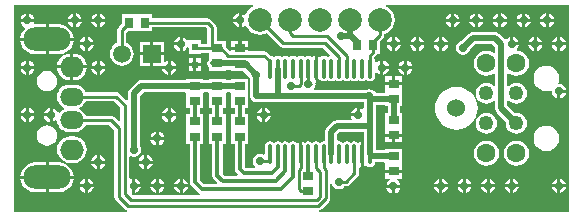
<source format=gtl>
G04*
G04 #@! TF.GenerationSoftware,Altium Limited,Altium Designer,18.1.11 (251)*
G04*
G04 Layer_Physical_Order=1*
G04 Layer_Color=255*
%FSLAX25Y25*%
%MOIN*%
G70*
G01*
G75*
%ADD14C,0.01181*%
%ADD15C,0.01000*%
%ADD16R,0.03740X0.02756*%
%ADD17R,0.02756X0.03740*%
%ADD18R,0.01968X0.02362*%
%ADD19O,0.01575X0.06496*%
%ADD36C,0.07874*%
%ADD37C,0.01968*%
%ADD38C,0.01378*%
%ADD39C,0.05906*%
%ADD40R,0.05906X0.05906*%
%ADD41C,0.06299*%
%ADD42C,0.04921*%
%ADD43C,0.06000*%
%ADD44O,0.07874X0.06890*%
%ADD45O,0.07874X0.05906*%
%ADD46O,0.15748X0.07874*%
%ADD47C,0.02756*%
%ADD48C,0.05000*%
G36*
X354963Y327500D02*
X354510Y327312D01*
X353479Y326521D01*
X352688Y325490D01*
X352438Y324887D01*
X351833Y324733D01*
X351322Y325075D01*
X350894Y325160D01*
Y322835D01*
Y320510D01*
X351322Y320595D01*
X351940Y321008D01*
X352522Y320909D01*
X352688Y320510D01*
X353479Y319479D01*
X354510Y318688D01*
X355711Y318190D01*
X357000Y318020D01*
X358289Y318190D01*
X359249Y318588D01*
X363676Y314161D01*
X364172Y313830D01*
X364757Y313713D01*
X378124D01*
X380417Y311420D01*
X380272Y310942D01*
X380141Y310916D01*
X379559Y310527D01*
X378977Y310916D01*
X378279Y311055D01*
X377582Y310916D01*
X377000Y310527D01*
X376418Y310916D01*
X376220Y310955D01*
Y306772D01*
X375220D01*
Y310955D01*
X375023Y310916D01*
X374441Y310527D01*
X373859Y310916D01*
X373161Y311055D01*
X372464Y310916D01*
X371882Y310527D01*
X371300Y310916D01*
X370602Y311055D01*
X369905Y310916D01*
X369323Y310527D01*
X368741Y310916D01*
X368043Y311055D01*
X367346Y310916D01*
X366764Y310527D01*
X366182Y310916D01*
X365484Y311055D01*
X364787Y310916D01*
X364205Y310527D01*
X363623Y310916D01*
X362925Y311055D01*
X362228Y310916D01*
X361646Y310527D01*
X361064Y310916D01*
X360668Y310995D01*
X359581Y312081D01*
X359085Y312413D01*
X358500Y312529D01*
X353189D01*
Y312975D01*
X347449D01*
Y312921D01*
X346949Y312714D01*
X345689Y313974D01*
Y315937D01*
X342588D01*
Y320500D01*
X342472Y321085D01*
X342141Y321581D01*
X340640Y323081D01*
X340144Y323413D01*
X339559Y323529D01*
X320937D01*
Y324870D01*
X316319D01*
X316181Y324870D01*
X315819D01*
X315681Y324870D01*
X311063D01*
Y321785D01*
X309919Y320640D01*
X309587Y320144D01*
X309471Y319559D01*
Y315361D01*
X309007Y315169D01*
X308181Y314535D01*
X307547Y313709D01*
X307149Y312748D01*
X307013Y311716D01*
X307149Y310684D01*
X307547Y309723D01*
X308181Y308897D01*
X309007Y308263D01*
X309968Y307865D01*
X311000Y307729D01*
X312032Y307865D01*
X312993Y308263D01*
X313819Y308897D01*
X314453Y309723D01*
X314851Y310684D01*
X314987Y311716D01*
X314851Y312748D01*
X314453Y313709D01*
X313819Y314535D01*
X312993Y315169D01*
X312529Y315361D01*
Y318715D01*
X312945Y319130D01*
X315681D01*
X315819Y319130D01*
X316181D01*
X316319Y319130D01*
X320937D01*
Y320471D01*
X338926D01*
X339530Y319866D01*
Y315089D01*
X337254D01*
Y316134D01*
X333371D01*
X333285Y316134D01*
X332785Y316133D01*
X332423Y316675D01*
X331637Y317201D01*
X331209Y317286D01*
Y314961D01*
Y312636D01*
X331637Y312721D01*
X332423Y313246D01*
X332785Y313788D01*
X333285Y313637D01*
Y311772D01*
X337254D01*
Y312030D01*
X339949D01*
Y311319D01*
X339949Y311181D01*
X339949D01*
Y310819D01*
X339949D01*
Y309691D01*
X339631Y309215D01*
X339477Y308441D01*
X339631Y307667D01*
X339949Y307191D01*
Y306063D01*
X345689D01*
Y306418D01*
X347449D01*
Y305979D01*
X351510D01*
X353534Y303955D01*
X353610Y303572D01*
X353827Y303248D01*
Y297500D01*
X353981Y296726D01*
X354420Y296069D01*
X355076Y295631D01*
X355850Y295477D01*
X391611D01*
Y293566D01*
X391111Y293299D01*
X390692Y293579D01*
X390264Y293664D01*
Y291339D01*
X389764D01*
Y290839D01*
X387439D01*
X387524Y290411D01*
X387778Y290031D01*
X387511Y289531D01*
X382602D01*
X381828Y289377D01*
X381172Y288938D01*
X379408Y287175D01*
X378970Y286518D01*
X378816Y285744D01*
Y282799D01*
X378429Y282482D01*
X378279Y282511D01*
X377582Y282373D01*
X377000Y281984D01*
X376418Y282373D01*
X375721Y282511D01*
X375023Y282373D01*
X374441Y281984D01*
X373859Y282373D01*
X373161Y282511D01*
X372464Y282373D01*
X371882Y281984D01*
X371300Y282373D01*
X371102Y282412D01*
Y278228D01*
X370102D01*
Y282412D01*
X369905Y282373D01*
X369323Y281984D01*
X368741Y282373D01*
X368043Y282511D01*
X367346Y282373D01*
X366764Y281984D01*
X366182Y282373D01*
X365484Y282511D01*
X364787Y282373D01*
X364205Y281984D01*
X363623Y282373D01*
X362925Y282511D01*
X362228Y282373D01*
X361646Y281984D01*
X361064Y282373D01*
X360366Y282511D01*
X359669Y282373D01*
X359078Y281978D01*
X358682Y281386D01*
X358544Y280689D01*
Y278229D01*
X358103Y277993D01*
X357928Y278110D01*
X357000Y278295D01*
X356072Y278110D01*
X355286Y277585D01*
X354760Y276798D01*
X354575Y275870D01*
X354760Y274942D01*
X355286Y274156D01*
X355357Y274108D01*
X355205Y273608D01*
X352327D01*
X352041Y273894D01*
Y281658D01*
X353189D01*
Y286276D01*
X353189Y286413D01*
Y286776D01*
X353189Y286913D01*
Y291531D01*
X352041D01*
Y293468D01*
X353189D01*
Y298087D01*
X353189Y298224D01*
Y298587D01*
X353189Y298724D01*
Y303343D01*
X347449D01*
Y302988D01*
X345689D01*
Y303343D01*
X339949D01*
Y302988D01*
X338189D01*
Y303343D01*
X332449D01*
Y302988D01*
X317465D01*
X316690Y302834D01*
X316034Y302395D01*
X313569Y299931D01*
X313131Y299274D01*
X312977Y298500D01*
Y296339D01*
X312515Y296148D01*
X310144Y298518D01*
X309648Y298850D01*
X309063Y298966D01*
X298940D01*
X298748Y299430D01*
X298114Y300256D01*
X297289Y300890D01*
X296327Y301288D01*
X295295Y301424D01*
X293327D01*
X292295Y301288D01*
X291333Y300890D01*
X290508Y300256D01*
X289874Y299430D01*
X289476Y298469D01*
X289340Y297437D01*
X289476Y296405D01*
X289874Y295444D01*
X290508Y294618D01*
X291333Y293984D01*
X291849Y293771D01*
Y293229D01*
X291333Y293016D01*
X290508Y292382D01*
X290207Y291990D01*
X289672Y292114D01*
X289642Y292267D01*
X289116Y293053D01*
X288330Y293579D01*
X287902Y293664D01*
Y291339D01*
Y289014D01*
X288330Y289099D01*
X288851Y289447D01*
X289387Y289204D01*
X289476Y288531D01*
X289874Y287570D01*
X290508Y286744D01*
X291333Y286110D01*
X292295Y285712D01*
X293327Y285576D01*
X295295D01*
X296327Y285712D01*
X297289Y286110D01*
X298114Y286744D01*
X298748Y287570D01*
X298940Y288034D01*
X306803D01*
X308471Y286367D01*
Y264000D01*
X308587Y263415D01*
X308919Y262919D01*
X311919Y259919D01*
X312415Y259587D01*
X312852Y259500D01*
X312803Y259000D01*
X275000D01*
Y328000D01*
X354864Y328000D01*
X354963Y327500D01*
D02*
G37*
G36*
X460165Y259000D02*
X376697Y259000D01*
X376648Y259500D01*
X377085Y259587D01*
X377581Y259919D01*
X380081Y262419D01*
X380413Y262915D01*
X380529Y263500D01*
Y268368D01*
X381029Y268417D01*
X381096Y268082D01*
X381622Y267295D01*
X382408Y266770D01*
X383336Y266585D01*
X384264Y266770D01*
X385051Y267295D01*
X385174Y267480D01*
X385640D01*
X386225Y267597D01*
X386721Y267928D01*
X389597Y270804D01*
X389929Y271301D01*
X390045Y271886D01*
Y273750D01*
X390545Y274051D01*
X390575Y274045D01*
Y278228D01*
Y282412D01*
X390377Y282373D01*
X389795Y281984D01*
X389213Y282373D01*
X388516Y282511D01*
X387818Y282373D01*
X387236Y281984D01*
X386654Y282373D01*
X385957Y282511D01*
X385259Y282373D01*
X384677Y281984D01*
X384095Y282373D01*
X383398Y282511D01*
X383248Y282482D01*
X382862Y282799D01*
Y284906D01*
X383440Y285485D01*
X391611D01*
Y282799D01*
X391575Y282769D01*
Y278228D01*
Y274045D01*
X391772Y274084D01*
X392354Y274473D01*
X392936Y274084D01*
X393634Y273945D01*
X394331Y274084D01*
X394922Y274479D01*
X395318Y275070D01*
X395410Y275536D01*
X398387D01*
X398740Y275182D01*
Y274819D01*
X398740Y274681D01*
Y272941D01*
X401610D01*
X404480D01*
Y274681D01*
X404480Y274819D01*
Y275181D01*
X404480Y275319D01*
Y279937D01*
X398740D01*
Y279582D01*
X395657D01*
Y287508D01*
Y294631D01*
X398705D01*
Y294276D01*
X399587D01*
Y292043D01*
X398740D01*
Y287425D01*
X398740Y287287D01*
Y286925D01*
X398740Y286788D01*
Y285047D01*
X401610D01*
X404480D01*
Y286788D01*
X404480Y286925D01*
Y287287D01*
X404480Y287425D01*
Y292043D01*
X403633D01*
Y294276D01*
X404445D01*
Y298894D01*
X404445Y299032D01*
Y299394D01*
X404445Y299532D01*
Y301272D01*
X398705D01*
Y299532D01*
X398705Y299394D01*
Y299032D01*
X398295Y298677D01*
X395574D01*
X395214Y299214D01*
X394428Y299740D01*
X393500Y299924D01*
X392572Y299740D01*
X392248Y299523D01*
X375280D01*
X375019Y300023D01*
X375401Y300595D01*
X375586Y301523D01*
X375486Y302025D01*
X375542Y302136D01*
X375897Y302524D01*
X376418Y302627D01*
X377000Y303016D01*
X377582Y302627D01*
X378279Y302489D01*
X378977Y302627D01*
X379559Y303016D01*
X380141Y302627D01*
X380839Y302489D01*
X381536Y302627D01*
X382118Y303016D01*
X382700Y302627D01*
X383398Y302489D01*
X384095Y302627D01*
X384677Y303016D01*
X385259Y302627D01*
X385957Y302489D01*
X386654Y302627D01*
X387236Y303016D01*
X387818Y302627D01*
X388516Y302489D01*
X389213Y302627D01*
X389795Y303016D01*
X390377Y302627D01*
X391075Y302489D01*
X391772Y302627D01*
X392354Y303016D01*
X392936Y302627D01*
X393634Y302489D01*
X394331Y302627D01*
X394922Y303022D01*
X395318Y303614D01*
X395456Y304311D01*
Y305231D01*
X395573Y305266D01*
X395956Y305350D01*
X396710Y304847D01*
X397138Y304762D01*
Y307087D01*
Y309412D01*
X396710Y309327D01*
X395956Y308823D01*
X395573Y308908D01*
X395456Y308943D01*
Y309232D01*
X395318Y309930D01*
X395163Y310161D01*
Y310500D01*
X395640Y310978D01*
X395972Y311474D01*
X396003Y311630D01*
X396937D01*
Y315715D01*
X398081Y316860D01*
X398413Y317356D01*
X398529Y317941D01*
Y318290D01*
X399490Y318688D01*
X400521Y319479D01*
X401312Y320510D01*
X401810Y321711D01*
X401980Y323000D01*
X401810Y324289D01*
X401312Y325490D01*
X400521Y326521D01*
X399490Y327312D01*
X399037Y327500D01*
X399136Y328000D01*
X460165Y328000D01*
Y259000D01*
D02*
G37*
G36*
X310471Y293866D02*
Y289346D01*
X310009Y289154D01*
X308518Y290644D01*
X308022Y290976D01*
X307437Y291092D01*
X298940D01*
X298748Y291556D01*
X298114Y292382D01*
X297289Y293016D01*
X296773Y293229D01*
Y293771D01*
X297289Y293984D01*
X298114Y294618D01*
X298748Y295444D01*
X298940Y295908D01*
X308430D01*
X310471Y293866D01*
D02*
G37*
G36*
X332449Y298588D02*
Y298224D01*
X332449Y298087D01*
Y293468D01*
X333597D01*
Y291531D01*
X332449D01*
Y286913D01*
X332449Y286776D01*
Y286413D01*
X332449Y286276D01*
Y281658D01*
X333597D01*
Y269000D01*
X333728Y268341D01*
X334101Y267782D01*
X336601Y265282D01*
X336980Y265029D01*
X336828Y264529D01*
X314633D01*
X314236Y264926D01*
X314461Y265346D01*
Y267717D01*
Y270042D01*
X314033Y269957D01*
X313970Y269915D01*
X313529Y270150D01*
Y277313D01*
X313970Y277549D01*
X314072Y277481D01*
X315000Y277296D01*
X315928Y277481D01*
X316714Y278006D01*
X317240Y278793D01*
X317425Y279720D01*
X317240Y280648D01*
X317023Y280973D01*
Y297662D01*
X318303Y298941D01*
X332095D01*
X332449Y298588D01*
D02*
G37*
G36*
X347449D02*
Y298224D01*
X347449Y298087D01*
Y293468D01*
X348597D01*
Y291531D01*
X347449D01*
Y286913D01*
X347449Y286776D01*
Y286413D01*
X347449Y286276D01*
Y281658D01*
X348597D01*
Y273181D01*
X348728Y272522D01*
X349101Y271963D01*
X349589Y271475D01*
X349398Y271013D01*
X345300D01*
X344541Y271772D01*
Y281658D01*
X345689D01*
Y286276D01*
X345689Y286413D01*
Y286776D01*
X345689Y286913D01*
Y291531D01*
X344541D01*
Y293468D01*
X345689D01*
Y298087D01*
X345689Y298224D01*
Y298587D01*
X346099Y298941D01*
X347095D01*
X347449Y298588D01*
D02*
G37*
G36*
X339949D02*
Y298224D01*
X339949Y298087D01*
Y293468D01*
X341097D01*
Y291531D01*
X339949D01*
Y286913D01*
X339949Y286776D01*
Y286413D01*
X339949Y286276D01*
Y281658D01*
X341097D01*
Y271059D01*
X341228Y270400D01*
X341601Y269841D01*
X342759Y268684D01*
X342567Y268222D01*
X338532D01*
X337041Y269713D01*
Y281658D01*
X338189D01*
Y286276D01*
X338189Y286413D01*
Y286776D01*
X338189Y286913D01*
Y291531D01*
X337041D01*
Y293468D01*
X338189D01*
Y298087D01*
X338189Y298224D01*
Y298587D01*
X338599Y298941D01*
X339595D01*
X339949Y298588D01*
D02*
G37*
%LPC*%
G36*
X349894Y325160D02*
X349466Y325075D01*
X348679Y324549D01*
X348154Y323763D01*
X348069Y323335D01*
X349894D01*
Y325160D01*
D02*
G37*
G36*
X303650D02*
Y323335D01*
X305475D01*
X305390Y323763D01*
X304864Y324549D01*
X304078Y325075D01*
X303650Y325160D01*
D02*
G37*
G36*
X302650D02*
X302222Y325075D01*
X301435Y324549D01*
X300910Y323763D01*
X300825Y323335D01*
X302650D01*
Y325160D01*
D02*
G37*
G36*
X295776D02*
Y323335D01*
X297601D01*
X297516Y323763D01*
X296990Y324549D01*
X296204Y325075D01*
X295776Y325160D01*
D02*
G37*
G36*
X294776D02*
X294348Y325075D01*
X293561Y324549D01*
X293036Y323763D01*
X292951Y323335D01*
X294776D01*
Y325160D01*
D02*
G37*
G36*
X280028D02*
Y323335D01*
X281853D01*
X281768Y323763D01*
X281242Y324549D01*
X280455Y325075D01*
X280028Y325160D01*
D02*
G37*
G36*
X279028D02*
X278600Y325075D01*
X277813Y324549D01*
X277288Y323763D01*
X277203Y323335D01*
X279028D01*
Y325160D01*
D02*
G37*
G36*
X349894Y322335D02*
X348069D01*
X348154Y321907D01*
X348679Y321120D01*
X349466Y320595D01*
X349894Y320510D01*
Y322335D01*
D02*
G37*
G36*
X305475D02*
X303650D01*
Y320510D01*
X304078Y320595D01*
X304864Y321120D01*
X305390Y321907D01*
X305475Y322335D01*
D02*
G37*
G36*
X302650D02*
X300825D01*
X300910Y321907D01*
X301435Y321120D01*
X302222Y320595D01*
X302650Y320510D01*
Y322335D01*
D02*
G37*
G36*
X297601D02*
X295776D01*
Y320510D01*
X296204Y320595D01*
X296990Y321120D01*
X297516Y321907D01*
X297601Y322335D01*
D02*
G37*
G36*
X294776D02*
X292951D01*
X293036Y321907D01*
X293561Y321120D01*
X294348Y320595D01*
X294776Y320510D01*
Y322335D01*
D02*
G37*
G36*
X289980Y321511D02*
X286543D01*
Y317032D01*
X294894D01*
X294790Y317820D01*
X294293Y319021D01*
X293501Y320053D01*
X292470Y320844D01*
X291269Y321341D01*
X289980Y321511D01*
D02*
G37*
G36*
X281853Y322335D02*
X277203D01*
X277288Y321907D01*
X277813Y321120D01*
X278531Y320641D01*
X278662Y320111D01*
X278585Y320053D01*
X277794Y319021D01*
X277296Y317820D01*
X277192Y317032D01*
X285543D01*
Y321511D01*
X282106D01*
X282054Y321504D01*
X281781Y321973D01*
X281853Y322335D01*
D02*
G37*
G36*
X330209Y317286D02*
X329781Y317201D01*
X328994Y316675D01*
X328469Y315889D01*
X328384Y315461D01*
X330209D01*
Y317286D01*
D02*
G37*
G36*
X299713D02*
Y315461D01*
X301538D01*
X301453Y315889D01*
X300927Y316675D01*
X300141Y317201D01*
X299713Y317286D01*
D02*
G37*
G36*
X298713D02*
X298285Y317201D01*
X297498Y316675D01*
X296973Y315889D01*
X296888Y315461D01*
X298713D01*
Y317286D01*
D02*
G37*
G36*
X353189Y315853D02*
X350819D01*
Y313975D01*
X353189D01*
Y315853D01*
D02*
G37*
G36*
X349819D02*
X347449D01*
Y313975D01*
X349819D01*
Y315853D01*
D02*
G37*
G36*
X330209Y314461D02*
X328384D01*
X328469Y314033D01*
X328994Y313246D01*
X329781Y312721D01*
X330209Y312636D01*
Y314461D01*
D02*
G37*
G36*
X301538D02*
X299713D01*
Y312636D01*
X300141Y312721D01*
X300927Y313246D01*
X301453Y314033D01*
X301538Y314461D01*
D02*
G37*
G36*
X298713D02*
X296888D01*
X296973Y314033D01*
X297498Y313246D01*
X298285Y312721D01*
X298713Y312636D01*
Y314461D01*
D02*
G37*
G36*
X324953Y315669D02*
X321500D01*
Y312216D01*
X324953D01*
Y315669D01*
D02*
G37*
G36*
X320500D02*
X317047D01*
Y312216D01*
X320500D01*
Y315669D01*
D02*
G37*
G36*
X294894Y316032D02*
X286543D01*
Y311552D01*
X289980D01*
X291269Y311722D01*
X292470Y312219D01*
X293501Y313010D01*
X294293Y314042D01*
X294790Y315243D01*
X294894Y316032D01*
D02*
G37*
G36*
X285543D02*
X277192D01*
X277296Y315243D01*
X277794Y314042D01*
X278585Y313010D01*
X279616Y312219D01*
X280818Y311722D01*
X282106Y311552D01*
X285543D01*
Y316032D01*
D02*
G37*
G36*
X337254Y310228D02*
X335770D01*
Y308547D01*
X337254D01*
Y310228D01*
D02*
G37*
G36*
X334770D02*
X333285D01*
Y308547D01*
X334770D01*
Y310228D01*
D02*
G37*
G36*
X294811Y311762D02*
Y307780D01*
X299221D01*
X299134Y308440D01*
X298686Y309521D01*
X297973Y310450D01*
X297045Y311162D01*
X295964Y311610D01*
X294811Y311762D01*
D02*
G37*
G36*
X293811Y311762D02*
X292658Y311610D01*
X291577Y311162D01*
X290649Y310450D01*
X289936Y309521D01*
X289488Y308440D01*
X289402Y307780D01*
X293811D01*
Y311762D01*
D02*
G37*
G36*
X320500Y311216D02*
X317047D01*
Y307763D01*
X320500D01*
Y311216D01*
D02*
G37*
G36*
X327272Y309412D02*
Y307587D01*
X329097D01*
X329012Y308015D01*
X328486Y308801D01*
X327700Y309327D01*
X327272Y309412D01*
D02*
G37*
G36*
X324953Y311216D02*
X321500D01*
Y307763D01*
X324088D01*
X324233Y307587D01*
X326272D01*
Y309412D01*
X325844Y309327D01*
X325453Y309065D01*
X324953Y309333D01*
Y311216D01*
D02*
G37*
G36*
X303650Y309412D02*
Y307587D01*
X305475D01*
X305390Y308015D01*
X304864Y308801D01*
X304078Y309327D01*
X303650Y309412D01*
D02*
G37*
G36*
X302650D02*
X302222Y309327D01*
X301435Y308801D01*
X300910Y308015D01*
X300825Y307587D01*
X302650D01*
Y309412D01*
D02*
G37*
G36*
X280028D02*
Y307587D01*
X281853D01*
X281768Y308015D01*
X281242Y308801D01*
X280455Y309327D01*
X280028Y309412D01*
D02*
G37*
G36*
X279028D02*
X278600Y309327D01*
X277813Y308801D01*
X277288Y308015D01*
X277203Y307587D01*
X279028D01*
Y309412D01*
D02*
G37*
G36*
X337254Y307547D02*
X335770D01*
Y305866D01*
X337254D01*
Y307547D01*
D02*
G37*
G36*
X334770D02*
X333285D01*
Y305866D01*
X334770D01*
Y307547D01*
D02*
G37*
G36*
X329097Y306587D02*
X327272D01*
Y304762D01*
X327700Y304847D01*
X328486Y305372D01*
X329012Y306159D01*
X329097Y306587D01*
D02*
G37*
G36*
X326272D02*
X324447D01*
X324532Y306159D01*
X325057Y305372D01*
X325844Y304847D01*
X326272Y304762D01*
Y306587D01*
D02*
G37*
G36*
X305475D02*
X303650D01*
Y304762D01*
X304078Y304847D01*
X304864Y305372D01*
X305390Y306159D01*
X305475Y306587D01*
D02*
G37*
G36*
X302650D02*
X300825D01*
X300910Y306159D01*
X301435Y305372D01*
X302222Y304847D01*
X302650Y304762D01*
Y306587D01*
D02*
G37*
G36*
X281853D02*
X280028D01*
Y304762D01*
X280455Y304847D01*
X281242Y305372D01*
X281768Y306159D01*
X281853Y306587D01*
D02*
G37*
G36*
X279028D02*
X277203D01*
X277288Y306159D01*
X277813Y305372D01*
X278600Y304847D01*
X279028Y304762D01*
Y306587D01*
D02*
G37*
G36*
X299221Y306780D02*
X294811D01*
Y302797D01*
X295964Y302949D01*
X297045Y303397D01*
X297973Y304109D01*
X298686Y305038D01*
X299134Y306119D01*
X299221Y306780D01*
D02*
G37*
G36*
X293811D02*
X289402D01*
X289488Y306119D01*
X289936Y305038D01*
X290649Y304109D01*
X291577Y303397D01*
X292658Y302949D01*
X293811Y302797D01*
Y306780D01*
D02*
G37*
G36*
X286043Y305946D02*
X285166Y305831D01*
X284348Y305492D01*
X283645Y304953D01*
X283106Y304251D01*
X282768Y303433D01*
X282652Y302555D01*
X282768Y301677D01*
X283106Y300859D01*
X283645Y300157D01*
X284348Y299618D01*
X285166Y299279D01*
X286043Y299164D01*
X286921Y299279D01*
X287739Y299618D01*
X288441Y300157D01*
X288980Y300859D01*
X289319Y301677D01*
X289435Y302555D01*
X289319Y303433D01*
X288980Y304251D01*
X288441Y304953D01*
X287739Y305492D01*
X286921Y305831D01*
X286043Y305946D01*
D02*
G37*
G36*
X389264Y293664D02*
X388836Y293579D01*
X388050Y293053D01*
X387524Y292267D01*
X387439Y291839D01*
X389264D01*
Y293664D01*
D02*
G37*
G36*
X358768D02*
Y291839D01*
X360593D01*
X360508Y292267D01*
X359982Y293053D01*
X359196Y293579D01*
X358768Y293664D01*
D02*
G37*
G36*
X357768D02*
X357340Y293579D01*
X356554Y293053D01*
X356028Y292267D01*
X355943Y291839D01*
X357768D01*
Y293664D01*
D02*
G37*
G36*
X286902D02*
X286474Y293579D01*
X285687Y293053D01*
X285162Y292267D01*
X285077Y291839D01*
X286902D01*
Y293664D01*
D02*
G37*
G36*
X280028D02*
Y291839D01*
X281853D01*
X281768Y292267D01*
X281242Y293053D01*
X280455Y293579D01*
X280028Y293664D01*
D02*
G37*
G36*
X279028D02*
X278600Y293579D01*
X277813Y293053D01*
X277288Y292267D01*
X277203Y291839D01*
X279028D01*
Y293664D01*
D02*
G37*
G36*
X360593Y290839D02*
X358768D01*
Y289014D01*
X359196Y289099D01*
X359982Y289624D01*
X360508Y290411D01*
X360593Y290839D01*
D02*
G37*
G36*
X357768D02*
X355943D01*
X356028Y290411D01*
X356554Y289624D01*
X357340Y289099D01*
X357768Y289014D01*
Y290839D01*
D02*
G37*
G36*
X286902D02*
X285077D01*
X285162Y290411D01*
X285687Y289624D01*
X286474Y289099D01*
X286902Y289014D01*
Y290839D01*
D02*
G37*
G36*
X281853D02*
X280028D01*
Y289014D01*
X280455Y289099D01*
X281242Y289624D01*
X281768Y290411D01*
X281853Y290839D01*
D02*
G37*
G36*
X279028D02*
X277203D01*
X277288Y290411D01*
X277813Y289624D01*
X278600Y289099D01*
X279028Y289014D01*
Y290839D01*
D02*
G37*
G36*
X286043Y287836D02*
X285166Y287720D01*
X284348Y287382D01*
X283645Y286843D01*
X283106Y286140D01*
X282768Y285323D01*
X282652Y284445D01*
X282768Y283567D01*
X283106Y282749D01*
X283645Y282047D01*
X284348Y281508D01*
X285166Y281169D01*
X286043Y281054D01*
X286921Y281169D01*
X287739Y281508D01*
X288441Y282047D01*
X288980Y282749D01*
X289319Y283567D01*
X289435Y284445D01*
X289319Y285323D01*
X288980Y286140D01*
X288441Y286843D01*
X287739Y287382D01*
X286921Y287720D01*
X286043Y287836D01*
D02*
G37*
G36*
X303650Y277916D02*
Y276091D01*
X305475D01*
X305390Y276519D01*
X304864Y277305D01*
X304078Y277831D01*
X303650Y277916D01*
D02*
G37*
G36*
X302650D02*
X302222Y277831D01*
X301435Y277305D01*
X300910Y276519D01*
X300825Y276091D01*
X302650D01*
Y277916D01*
D02*
G37*
G36*
X294803Y284204D02*
X293819D01*
X292658Y284051D01*
X291577Y283603D01*
X290649Y282891D01*
X289936Y281962D01*
X289488Y280881D01*
X289336Y279720D01*
X289488Y278560D01*
X289936Y277479D01*
X290649Y276550D01*
X291577Y275838D01*
X292658Y275390D01*
X293819Y275237D01*
X294803D01*
X295964Y275390D01*
X297045Y275838D01*
X297973Y276550D01*
X298686Y277479D01*
X299134Y278560D01*
X299286Y279720D01*
X299134Y280881D01*
X298686Y281962D01*
X297973Y282891D01*
X297045Y283603D01*
X295964Y284051D01*
X294803Y284204D01*
D02*
G37*
G36*
X305475Y275091D02*
X303650D01*
Y273266D01*
X304078Y273351D01*
X304864Y273876D01*
X305390Y274663D01*
X305475Y275091D01*
D02*
G37*
G36*
X302650D02*
X300825D01*
X300910Y274663D01*
X301435Y273876D01*
X302222Y273351D01*
X302650Y273266D01*
Y275091D01*
D02*
G37*
G36*
X289980Y275448D02*
X286543D01*
Y270969D01*
X294894D01*
X294790Y271757D01*
X294293Y272958D01*
X293501Y273990D01*
X292470Y274781D01*
X291269Y275278D01*
X289980Y275448D01*
D02*
G37*
G36*
X285543D02*
X282106D01*
X280818Y275278D01*
X279616Y274781D01*
X278585Y273990D01*
X277794Y272958D01*
X277296Y271757D01*
X277192Y270969D01*
X285543D01*
Y275448D01*
D02*
G37*
G36*
X299713Y270042D02*
Y268217D01*
X301538D01*
X301453Y268644D01*
X300927Y269431D01*
X300141Y269957D01*
X299713Y270042D01*
D02*
G37*
G36*
X298713D02*
X298285Y269957D01*
X297498Y269431D01*
X296973Y268644D01*
X296888Y268217D01*
X298713D01*
Y270042D01*
D02*
G37*
G36*
X294894Y269969D02*
X286543D01*
Y265489D01*
X289980D01*
X291269Y265659D01*
X292470Y266156D01*
X293501Y266947D01*
X294293Y267979D01*
X294790Y269180D01*
X294894Y269969D01*
D02*
G37*
G36*
X285543D02*
X277192D01*
X277296Y269180D01*
X277794Y267979D01*
X278585Y266947D01*
X279616Y266156D01*
X280818Y265659D01*
X282106Y265489D01*
X285543D01*
Y269969D01*
D02*
G37*
G36*
X301538Y267217D02*
X299713D01*
Y265392D01*
X300141Y265477D01*
X300927Y266002D01*
X301453Y266789D01*
X301538Y267217D01*
D02*
G37*
G36*
X298713D02*
X296888D01*
X296973Y266789D01*
X297498Y266002D01*
X298285Y265477D01*
X298713Y265392D01*
Y267217D01*
D02*
G37*
G36*
X453256Y325160D02*
Y323335D01*
X455081D01*
X454996Y323763D01*
X454471Y324549D01*
X453684Y325075D01*
X453256Y325160D01*
D02*
G37*
G36*
X452256D02*
X451828Y325075D01*
X451042Y324549D01*
X450516Y323763D01*
X450431Y323335D01*
X452256D01*
Y325160D01*
D02*
G37*
G36*
X445382D02*
Y323335D01*
X447207D01*
X447122Y323763D01*
X446596Y324549D01*
X445810Y325075D01*
X445382Y325160D01*
D02*
G37*
G36*
X444382D02*
X443954Y325075D01*
X443168Y324549D01*
X442642Y323763D01*
X442557Y323335D01*
X444382D01*
Y325160D01*
D02*
G37*
G36*
X437508D02*
Y323335D01*
X439333D01*
X439248Y323763D01*
X438723Y324549D01*
X437936Y325075D01*
X437508Y325160D01*
D02*
G37*
G36*
X436508D02*
X436080Y325075D01*
X435294Y324549D01*
X434768Y323763D01*
X434683Y323335D01*
X436508D01*
Y325160D01*
D02*
G37*
G36*
X429634D02*
Y323335D01*
X431459D01*
X431374Y323763D01*
X430849Y324549D01*
X430062Y325075D01*
X429634Y325160D01*
D02*
G37*
G36*
X428634D02*
X428206Y325075D01*
X427420Y324549D01*
X426894Y323763D01*
X426809Y323335D01*
X428634D01*
Y325160D01*
D02*
G37*
G36*
X421760D02*
Y323335D01*
X423585D01*
X423500Y323763D01*
X422974Y324549D01*
X422188Y325075D01*
X421760Y325160D01*
D02*
G37*
G36*
X420760D02*
X420332Y325075D01*
X419546Y324549D01*
X419020Y323763D01*
X418935Y323335D01*
X420760D01*
Y325160D01*
D02*
G37*
G36*
X455081Y322335D02*
X453256D01*
Y320510D01*
X453684Y320595D01*
X454471Y321120D01*
X454996Y321907D01*
X455081Y322335D01*
D02*
G37*
G36*
X452256D02*
X450431D01*
X450516Y321907D01*
X451042Y321120D01*
X451828Y320595D01*
X452256Y320510D01*
Y322335D01*
D02*
G37*
G36*
X447207D02*
X445382D01*
Y320510D01*
X445810Y320595D01*
X446596Y321120D01*
X447122Y321907D01*
X447207Y322335D01*
D02*
G37*
G36*
X444382D02*
X442557D01*
X442642Y321907D01*
X443168Y321120D01*
X443954Y320595D01*
X444382Y320510D01*
Y322335D01*
D02*
G37*
G36*
X439333D02*
X437508D01*
Y320510D01*
X437936Y320595D01*
X438723Y321120D01*
X439248Y321907D01*
X439333Y322335D01*
D02*
G37*
G36*
X436508D02*
X434683D01*
X434768Y321907D01*
X435294Y321120D01*
X436080Y320595D01*
X436508Y320510D01*
Y322335D01*
D02*
G37*
G36*
X431459D02*
X429634D01*
Y320510D01*
X430062Y320595D01*
X430849Y321120D01*
X431374Y321907D01*
X431459Y322335D01*
D02*
G37*
G36*
X428634D02*
X426809D01*
X426894Y321907D01*
X427420Y321120D01*
X428206Y320595D01*
X428634Y320510D01*
Y322335D01*
D02*
G37*
G36*
X423585D02*
X421760D01*
Y320510D01*
X422188Y320595D01*
X422974Y321120D01*
X423500Y321907D01*
X423585Y322335D01*
D02*
G37*
G36*
X420760D02*
X418935D01*
X419020Y321907D01*
X419546Y321120D01*
X420332Y320595D01*
X420760Y320510D01*
Y322335D01*
D02*
G37*
G36*
X457193Y317286D02*
Y315461D01*
X459018D01*
X458933Y315889D01*
X458408Y316675D01*
X457621Y317201D01*
X457193Y317286D01*
D02*
G37*
G36*
X456193D02*
X455765Y317201D01*
X454979Y316675D01*
X454453Y315889D01*
X454368Y315461D01*
X456193D01*
Y317286D01*
D02*
G37*
G36*
X449319D02*
Y315461D01*
X451144D01*
X451059Y315889D01*
X450534Y316675D01*
X449747Y317201D01*
X449319Y317286D01*
D02*
G37*
G36*
X448319D02*
X447891Y317201D01*
X447105Y316675D01*
X446579Y315889D01*
X446494Y315461D01*
X448319D01*
Y317286D01*
D02*
G37*
G36*
X441445D02*
Y315461D01*
X443270D01*
X443185Y315889D01*
X442660Y316675D01*
X441873Y317201D01*
X441445Y317286D01*
D02*
G37*
G36*
X417823D02*
Y315461D01*
X419648D01*
X419563Y315889D01*
X419037Y316675D01*
X418251Y317201D01*
X417823Y317286D01*
D02*
G37*
G36*
X416823D02*
X416395Y317201D01*
X415609Y316675D01*
X415083Y315889D01*
X414998Y315461D01*
X416823D01*
Y317286D01*
D02*
G37*
G36*
X409949D02*
Y315461D01*
X411774D01*
X411689Y315889D01*
X411164Y316675D01*
X410377Y317201D01*
X409949Y317286D01*
D02*
G37*
G36*
X408949D02*
X408521Y317201D01*
X407735Y316675D01*
X407209Y315889D01*
X407124Y315461D01*
X408949D01*
Y317286D01*
D02*
G37*
G36*
X402075D02*
Y315461D01*
X403900D01*
X403815Y315889D01*
X403289Y316675D01*
X402503Y317201D01*
X402075Y317286D01*
D02*
G37*
G36*
X401075D02*
X400647Y317201D01*
X399861Y316675D01*
X399335Y315889D01*
X399250Y315461D01*
X401075D01*
Y317286D01*
D02*
G37*
G36*
X459018Y314461D02*
X457193D01*
Y312636D01*
X457621Y312721D01*
X458408Y313246D01*
X458933Y314033D01*
X459018Y314461D01*
D02*
G37*
G36*
X456193D02*
X454368D01*
X454453Y314033D01*
X454979Y313246D01*
X455765Y312721D01*
X456193Y312636D01*
Y314461D01*
D02*
G37*
G36*
X451144D02*
X449319D01*
Y312636D01*
X449747Y312721D01*
X450534Y313246D01*
X451059Y314033D01*
X451144Y314461D01*
D02*
G37*
G36*
X448319D02*
X446494D01*
X446579Y314033D01*
X447105Y313246D01*
X447891Y312721D01*
X448319Y312636D01*
Y314461D01*
D02*
G37*
G36*
X419648D02*
X417823D01*
Y312636D01*
X418251Y312721D01*
X419037Y313246D01*
X419563Y314033D01*
X419648Y314461D01*
D02*
G37*
G36*
X416823D02*
X414998D01*
X415083Y314033D01*
X415609Y313246D01*
X416395Y312721D01*
X416823Y312636D01*
Y314461D01*
D02*
G37*
G36*
X411774D02*
X409949D01*
Y312636D01*
X410377Y312721D01*
X411164Y313246D01*
X411689Y314033D01*
X411774Y314461D01*
D02*
G37*
G36*
X408949D02*
X407124D01*
X407209Y314033D01*
X407735Y313246D01*
X408521Y312721D01*
X408949Y312636D01*
Y314461D01*
D02*
G37*
G36*
X403900D02*
X402075D01*
Y312636D01*
X402503Y312721D01*
X403289Y313246D01*
X403815Y314033D01*
X403900Y314461D01*
D02*
G37*
G36*
X401075D02*
X399250D01*
X399335Y314033D01*
X399861Y313246D01*
X400647Y312721D01*
X401075Y312636D01*
Y314461D01*
D02*
G37*
G36*
X435294Y319023D02*
X427984D01*
X427210Y318869D01*
X426553Y318431D01*
X424152Y316029D01*
X423769Y315953D01*
X422983Y315428D01*
X422457Y314641D01*
X422272Y313713D01*
X422457Y312786D01*
X422983Y311999D01*
X423769Y311473D01*
X424697Y311289D01*
X425625Y311473D01*
X426411Y311999D01*
X426937Y312786D01*
X427013Y313168D01*
X428822Y314977D01*
X434456D01*
X435485Y313948D01*
Y312070D01*
X434985Y311824D01*
X434593Y312125D01*
X433583Y312543D01*
X432500Y312685D01*
X431417Y312543D01*
X430407Y312125D01*
X429540Y311459D01*
X428875Y310593D01*
X428457Y309583D01*
X428315Y308500D01*
X428457Y307417D01*
X428875Y306407D01*
X429540Y305540D01*
X430407Y304875D01*
X431417Y304457D01*
X432500Y304315D01*
X433583Y304457D01*
X434593Y304875D01*
X434985Y305176D01*
X435485Y304930D01*
Y301072D01*
X435011Y300912D01*
X434968Y300968D01*
X434245Y301523D01*
X433403Y301871D01*
X432500Y301991D01*
X431597Y301871D01*
X430755Y301523D01*
X430032Y300968D01*
X429477Y300245D01*
X429128Y299403D01*
X429009Y298500D01*
X429128Y297597D01*
X429477Y296755D01*
X430032Y296032D01*
X430755Y295477D01*
X431597Y295128D01*
X432500Y295009D01*
X433403Y295128D01*
X434245Y295477D01*
X434968Y296032D01*
X435011Y296088D01*
X435485Y295928D01*
Y293492D01*
X435639Y292718D01*
X436077Y292061D01*
X439083Y289056D01*
X439010Y288500D01*
X439128Y287597D01*
X439477Y286755D01*
X440032Y286032D01*
X440755Y285477D01*
X441597Y285128D01*
X442500Y285010D01*
X443403Y285128D01*
X444245Y285477D01*
X444968Y286032D01*
X445523Y286755D01*
X445872Y287597D01*
X445991Y288500D01*
X445872Y289403D01*
X445523Y290245D01*
X444968Y290968D01*
X444245Y291523D01*
X443403Y291872D01*
X442500Y291990D01*
X441944Y291917D01*
X439531Y294330D01*
Y295906D01*
X440005Y296067D01*
X440032Y296032D01*
X440755Y295477D01*
X441597Y295128D01*
X442500Y295009D01*
X443403Y295128D01*
X444245Y295477D01*
X444968Y296032D01*
X445523Y296755D01*
X445872Y297597D01*
X445991Y298500D01*
X445872Y299403D01*
X445523Y300245D01*
X444968Y300968D01*
X444245Y301523D01*
X443403Y301871D01*
X442500Y301991D01*
X441597Y301871D01*
X440755Y301523D01*
X440032Y300968D01*
X440005Y300933D01*
X439531Y301094D01*
Y304917D01*
X440031Y305164D01*
X440407Y304875D01*
X441417Y304457D01*
X442500Y304315D01*
X443583Y304457D01*
X444593Y304875D01*
X445460Y305540D01*
X446125Y306407D01*
X446543Y307417D01*
X446685Y308500D01*
X446543Y309583D01*
X446125Y310593D01*
X445460Y311459D01*
X444593Y312125D01*
X443583Y312543D01*
X442684Y312661D01*
X442560Y313180D01*
X442660Y313246D01*
X443185Y314033D01*
X443270Y314461D01*
X440945D01*
Y314961D01*
X440445D01*
Y317286D01*
X440017Y317201D01*
X439231Y316675D01*
X439149Y316553D01*
X438651Y316504D01*
X436724Y318431D01*
X436068Y318869D01*
X435294Y319023D01*
D02*
G37*
G36*
X406012Y309412D02*
Y307587D01*
X407837D01*
X407752Y308015D01*
X407226Y308801D01*
X406440Y309327D01*
X406012Y309412D01*
D02*
G37*
G36*
X405012D02*
X404584Y309327D01*
X403798Y308801D01*
X403272Y308015D01*
X403187Y307587D01*
X405012D01*
Y309412D01*
D02*
G37*
G36*
X398138D02*
Y307587D01*
X399963D01*
X399878Y308015D01*
X399352Y308801D01*
X398566Y309327D01*
X398138Y309412D01*
D02*
G37*
G36*
X407837Y306587D02*
X406012D01*
Y304762D01*
X406440Y304847D01*
X407226Y305372D01*
X407752Y306159D01*
X407837Y306587D01*
D02*
G37*
G36*
X405012D02*
X403187D01*
X403272Y306159D01*
X403798Y305372D01*
X404584Y304847D01*
X405012Y304762D01*
Y306587D01*
D02*
G37*
G36*
X399963D02*
X398138D01*
Y304762D01*
X398566Y304847D01*
X399352Y305372D01*
X399878Y306159D01*
X399963Y306587D01*
D02*
G37*
G36*
X404445Y304150D02*
X402075D01*
Y302272D01*
X404445D01*
Y304150D01*
D02*
G37*
G36*
X401075D02*
X398705D01*
Y302272D01*
X401075D01*
Y304150D01*
D02*
G37*
G36*
X459018Y298713D02*
X457193D01*
Y296888D01*
X457621Y296973D01*
X458408Y297498D01*
X458933Y298285D01*
X459018Y298713D01*
D02*
G37*
G36*
X452500Y307745D02*
X451401Y307600D01*
X450378Y307176D01*
X449498Y306502D01*
X448824Y305623D01*
X448400Y304599D01*
X448255Y303500D01*
X448400Y302401D01*
X448824Y301378D01*
X449498Y300498D01*
X450378Y299824D01*
X451401Y299400D01*
X452500Y299255D01*
X453599Y299400D01*
X453893Y299521D01*
X454007Y299427D01*
X454283Y299142D01*
X454453Y298285D01*
X454979Y297498D01*
X455765Y296973D01*
X456193Y296888D01*
Y299213D01*
X456693D01*
Y299713D01*
X459018D01*
X458933Y300141D01*
X458408Y300927D01*
X457621Y301453D01*
X456815Y301613D01*
X456460Y302062D01*
X456600Y302401D01*
X456745Y303500D01*
X456600Y304599D01*
X456176Y305623D01*
X455502Y306502D01*
X454623Y307176D01*
X453599Y307600D01*
X452500Y307745D01*
D02*
G37*
G36*
X422500Y300637D02*
X421108Y300500D01*
X419769Y300094D01*
X418535Y299434D01*
X417454Y298546D01*
X416566Y297465D01*
X415906Y296231D01*
X415500Y294892D01*
X415363Y293500D01*
X415500Y292108D01*
X415906Y290769D01*
X416566Y289535D01*
X417454Y288454D01*
X418535Y287566D01*
X419769Y286907D01*
X421108Y286500D01*
X422500Y286363D01*
X423892Y286500D01*
X425231Y286907D01*
X426465Y287566D01*
X427546Y288454D01*
X428434Y289535D01*
X429094Y290769D01*
X429500Y292108D01*
X429637Y293500D01*
X429500Y294892D01*
X429094Y296231D01*
X428434Y297465D01*
X427546Y298546D01*
X426465Y299434D01*
X425231Y300094D01*
X423892Y300500D01*
X422500Y300637D01*
D02*
G37*
G36*
X432500Y291990D02*
X431597Y291872D01*
X430755Y291523D01*
X430032Y290968D01*
X429477Y290245D01*
X429128Y289403D01*
X429009Y288500D01*
X429128Y287597D01*
X429477Y286755D01*
X430032Y286032D01*
X430755Y285477D01*
X431597Y285128D01*
X432500Y285010D01*
X433403Y285128D01*
X434245Y285477D01*
X434968Y286032D01*
X435523Y286755D01*
X435872Y287597D01*
X435990Y288500D01*
X435872Y289403D01*
X435523Y290245D01*
X434968Y290968D01*
X434245Y291523D01*
X433403Y291872D01*
X432500Y291990D01*
D02*
G37*
G36*
X404480Y284047D02*
X402110D01*
Y282169D01*
X404480D01*
Y284047D01*
D02*
G37*
G36*
X401110D02*
X398740D01*
Y282169D01*
X401110D01*
Y284047D01*
D02*
G37*
G36*
X452500Y287745D02*
X451401Y287600D01*
X450378Y287176D01*
X449498Y286502D01*
X448824Y285623D01*
X448400Y284599D01*
X448255Y283500D01*
X448400Y282401D01*
X448824Y281378D01*
X449498Y280498D01*
X450378Y279824D01*
X451401Y279400D01*
X452500Y279255D01*
X453599Y279400D01*
X454623Y279824D01*
X455502Y280498D01*
X456176Y281378D01*
X456600Y282401D01*
X456745Y283500D01*
X456600Y284599D01*
X456176Y285623D01*
X455502Y286502D01*
X454623Y287176D01*
X453599Y287600D01*
X452500Y287745D01*
D02*
G37*
G36*
X442500Y282685D02*
X441417Y282543D01*
X440407Y282125D01*
X439540Y281459D01*
X438875Y280593D01*
X438457Y279583D01*
X438315Y278500D01*
X438457Y277417D01*
X438875Y276407D01*
X439540Y275540D01*
X440407Y274875D01*
X441417Y274457D01*
X442500Y274315D01*
X443583Y274457D01*
X444593Y274875D01*
X445460Y275540D01*
X446125Y276407D01*
X446543Y277417D01*
X446685Y278500D01*
X446543Y279583D01*
X446125Y280593D01*
X445460Y281459D01*
X444593Y282125D01*
X443583Y282543D01*
X442500Y282685D01*
D02*
G37*
G36*
X432500D02*
X431417Y282543D01*
X430407Y282125D01*
X429540Y281459D01*
X428875Y280593D01*
X428457Y279583D01*
X428315Y278500D01*
X428457Y277417D01*
X428875Y276407D01*
X429540Y275540D01*
X430407Y274875D01*
X431417Y274457D01*
X432500Y274315D01*
X433583Y274457D01*
X434593Y274875D01*
X435460Y275540D01*
X436125Y276407D01*
X436543Y277417D01*
X436685Y278500D01*
X436543Y279583D01*
X436125Y280593D01*
X435460Y281459D01*
X434593Y282125D01*
X433583Y282543D01*
X432500Y282685D01*
D02*
G37*
G36*
X457193Y270042D02*
Y268217D01*
X459018D01*
X458933Y268644D01*
X458408Y269431D01*
X457621Y269957D01*
X457193Y270042D01*
D02*
G37*
G36*
X456193D02*
X455765Y269957D01*
X454979Y269431D01*
X454453Y268644D01*
X454368Y268217D01*
X456193D01*
Y270042D01*
D02*
G37*
G36*
X441445D02*
Y268217D01*
X443270D01*
X443185Y268644D01*
X442660Y269431D01*
X441873Y269957D01*
X441445Y270042D01*
D02*
G37*
G36*
X440445D02*
X440017Y269957D01*
X439231Y269431D01*
X438705Y268644D01*
X438620Y268217D01*
X440445D01*
Y270042D01*
D02*
G37*
G36*
X433571D02*
Y268217D01*
X435396D01*
X435311Y268644D01*
X434786Y269431D01*
X433999Y269957D01*
X433571Y270042D01*
D02*
G37*
G36*
X432571D02*
X432143Y269957D01*
X431357Y269431D01*
X430831Y268644D01*
X430746Y268217D01*
X432571D01*
Y270042D01*
D02*
G37*
G36*
X425697D02*
Y268217D01*
X427522D01*
X427437Y268644D01*
X426911Y269431D01*
X426125Y269957D01*
X425697Y270042D01*
D02*
G37*
G36*
X424697D02*
X424269Y269957D01*
X423483Y269431D01*
X422957Y268644D01*
X422872Y268217D01*
X424697D01*
Y270042D01*
D02*
G37*
G36*
X417823D02*
Y268217D01*
X419648D01*
X419563Y268644D01*
X419037Y269431D01*
X418251Y269957D01*
X417823Y270042D01*
D02*
G37*
G36*
X416823D02*
X416395Y269957D01*
X415609Y269431D01*
X415083Y268644D01*
X414998Y268217D01*
X416823D01*
Y270042D01*
D02*
G37*
G36*
X404480Y271941D02*
X401610D01*
X398740D01*
Y270063D01*
X400212D01*
X400364Y269563D01*
X399786Y269177D01*
X399260Y268390D01*
X399175Y267962D01*
X403825D01*
X403740Y268390D01*
X403214Y269177D01*
X402636Y269563D01*
X402788Y270063D01*
X404480D01*
Y271941D01*
D02*
G37*
G36*
X459018Y267217D02*
X457193D01*
Y265392D01*
X457621Y265477D01*
X458408Y266002D01*
X458933Y266789D01*
X459018Y267217D01*
D02*
G37*
G36*
X456193D02*
X454368D01*
X454453Y266789D01*
X454979Y266002D01*
X455765Y265477D01*
X456193Y265392D01*
Y267217D01*
D02*
G37*
G36*
X443270D02*
X441445D01*
Y265392D01*
X441873Y265477D01*
X442660Y266002D01*
X443185Y266789D01*
X443270Y267217D01*
D02*
G37*
G36*
X440445D02*
X438620D01*
X438705Y266789D01*
X439231Y266002D01*
X440017Y265477D01*
X440445Y265392D01*
Y267217D01*
D02*
G37*
G36*
X435396D02*
X433571D01*
Y265392D01*
X433999Y265477D01*
X434786Y266002D01*
X435311Y266789D01*
X435396Y267217D01*
D02*
G37*
G36*
X432571D02*
X430746D01*
X430831Y266789D01*
X431357Y266002D01*
X432143Y265477D01*
X432571Y265392D01*
Y267217D01*
D02*
G37*
G36*
X427522D02*
X425697D01*
Y265392D01*
X426125Y265477D01*
X426911Y266002D01*
X427437Y266789D01*
X427522Y267217D01*
D02*
G37*
G36*
X424697D02*
X422872D01*
X422957Y266789D01*
X423483Y266002D01*
X424269Y265477D01*
X424697Y265392D01*
Y267217D01*
D02*
G37*
G36*
X419648D02*
X417823D01*
Y265392D01*
X418251Y265477D01*
X419037Y266002D01*
X419563Y266789D01*
X419648Y267217D01*
D02*
G37*
G36*
X416823D02*
X414998D01*
X415083Y266789D01*
X415609Y266002D01*
X416395Y265477D01*
X416823Y265392D01*
Y267217D01*
D02*
G37*
G36*
X403825Y266962D02*
X402000D01*
Y265137D01*
X402428Y265222D01*
X403214Y265748D01*
X403740Y266534D01*
X403825Y266962D01*
D02*
G37*
G36*
X401000D02*
X399175D01*
X399260Y266534D01*
X399786Y265748D01*
X400572Y265222D01*
X401000Y265137D01*
Y266962D01*
D02*
G37*
G36*
X327272Y293664D02*
Y291839D01*
X329097D01*
X329012Y292267D01*
X328486Y293053D01*
X327700Y293579D01*
X327272Y293664D01*
D02*
G37*
G36*
X326272D02*
X325844Y293579D01*
X325057Y293053D01*
X324532Y292267D01*
X324447Y291839D01*
X326272D01*
Y293664D01*
D02*
G37*
G36*
X329097Y290839D02*
X327272D01*
Y289014D01*
X327700Y289099D01*
X328486Y289624D01*
X329012Y290411D01*
X329097Y290839D01*
D02*
G37*
G36*
X326272D02*
X324447D01*
X324532Y290411D01*
X325057Y289624D01*
X325844Y289099D01*
X326272Y289014D01*
Y290839D01*
D02*
G37*
G36*
X323335Y285790D02*
Y283965D01*
X325160D01*
X325075Y284392D01*
X324549Y285179D01*
X323763Y285705D01*
X323335Y285790D01*
D02*
G37*
G36*
X322335D02*
X321907Y285705D01*
X321120Y285179D01*
X320595Y284392D01*
X320510Y283965D01*
X322335D01*
Y285790D01*
D02*
G37*
G36*
X325160Y282965D02*
X323335D01*
Y281140D01*
X323763Y281225D01*
X324549Y281750D01*
X325075Y282537D01*
X325160Y282965D01*
D02*
G37*
G36*
X322335D02*
X320510D01*
X320595Y282537D01*
X321120Y281750D01*
X321907Y281225D01*
X322335Y281140D01*
Y282965D01*
D02*
G37*
G36*
X319398Y277916D02*
Y276091D01*
X321223D01*
X321138Y276519D01*
X320612Y277305D01*
X319826Y277831D01*
X319398Y277916D01*
D02*
G37*
G36*
X318398D02*
X317970Y277831D01*
X317183Y277305D01*
X316658Y276519D01*
X316573Y276091D01*
X318398D01*
Y277916D01*
D02*
G37*
G36*
X321223Y275091D02*
X319398D01*
Y273266D01*
X319826Y273351D01*
X320612Y273876D01*
X321138Y274663D01*
X321223Y275091D01*
D02*
G37*
G36*
X318398D02*
X316573D01*
X316658Y274663D01*
X317183Y273876D01*
X317970Y273351D01*
X318398Y273266D01*
Y275091D01*
D02*
G37*
G36*
X331209Y270042D02*
Y268217D01*
X333034D01*
X332949Y268644D01*
X332423Y269431D01*
X331637Y269957D01*
X331209Y270042D01*
D02*
G37*
G36*
X330209D02*
X329781Y269957D01*
X328994Y269431D01*
X328469Y268644D01*
X328384Y268217D01*
X330209D01*
Y270042D01*
D02*
G37*
G36*
X323335D02*
Y268217D01*
X325160D01*
X325075Y268644D01*
X324549Y269431D01*
X323763Y269957D01*
X323335Y270042D01*
D02*
G37*
G36*
X322335D02*
X321907Y269957D01*
X321120Y269431D01*
X320595Y268644D01*
X320510Y268217D01*
X322335D01*
Y270042D01*
D02*
G37*
G36*
X315461D02*
Y268217D01*
X317286D01*
X317201Y268644D01*
X316675Y269431D01*
X315889Y269957D01*
X315461Y270042D01*
D02*
G37*
G36*
X333034Y267217D02*
X331209D01*
Y265392D01*
X331637Y265477D01*
X332423Y266002D01*
X332949Y266789D01*
X333034Y267217D01*
D02*
G37*
G36*
X330209D02*
X328384D01*
X328469Y266789D01*
X328994Y266002D01*
X329781Y265477D01*
X330209Y265392D01*
Y267217D01*
D02*
G37*
G36*
X325160D02*
X323335D01*
Y265392D01*
X323763Y265477D01*
X324549Y266002D01*
X325075Y266789D01*
X325160Y267217D01*
D02*
G37*
G36*
X322335D02*
X320510D01*
X320595Y266789D01*
X321120Y266002D01*
X321907Y265477D01*
X322335Y265392D01*
Y267217D01*
D02*
G37*
G36*
X317286D02*
X315461D01*
Y265392D01*
X315889Y265477D01*
X316675Y266002D01*
X317201Y266789D01*
X317286Y267217D01*
D02*
G37*
%LPD*%
D14*
X373161Y271059D02*
Y278228D01*
D15*
X383336Y269010D02*
X385640D01*
X388516Y271886D01*
X390500Y265500D02*
Y273000D01*
Y265500D02*
X391000Y265000D01*
X390500Y273000D02*
X391075Y273575D01*
X311000Y319559D02*
X313441Y322000D01*
X311000Y311716D02*
Y319559D01*
X378757Y315243D02*
X383398Y310602D01*
X364757Y315243D02*
X378757D01*
X357000Y323000D02*
X364757Y315243D01*
X379500Y317500D02*
X385957Y311043D01*
X368163Y317500D02*
X379500D01*
X367000Y318663D02*
X368163Y317500D01*
X367000Y318663D02*
Y323000D01*
X375721Y303151D02*
X377000Y301871D01*
X375721Y303151D02*
Y306772D01*
X373161Y302339D02*
X373977Y301523D01*
X373161D02*
X373977D01*
X312000Y265000D02*
Y294500D01*
X309063Y297437D02*
X312000Y294500D01*
X294311Y297437D02*
X309063D01*
X310000Y264000D02*
Y287000D01*
X307437Y289563D02*
X310000Y287000D01*
X294311Y289563D02*
X307437D01*
X310000Y264000D02*
X313000Y261000D01*
X318559Y322000D02*
X339559D01*
X341059Y320500D01*
Y314000D02*
Y320500D01*
Y314000D02*
X341500Y313559D01*
X335894D02*
X341500D01*
X347834Y321653D02*
X350500Y318988D01*
Y313475D02*
Y318988D01*
X360366Y306772D02*
Y309134D01*
X358500Y311000D02*
X360366Y309134D01*
X346500Y311000D02*
X358500D01*
X343941Y313559D02*
X346500Y311000D01*
X341500Y313559D02*
X343941D01*
X367000Y323000D02*
Y324500D01*
X357000Y323000D02*
Y324500D01*
Y275870D02*
X360366D01*
X376500Y261000D02*
X379000Y263500D01*
X313000Y261000D02*
X376500D01*
X379000Y263500D02*
Y273000D01*
X376000Y263000D02*
X377000Y264000D01*
X314000Y263000D02*
X376000D01*
X312000Y265000D02*
X314000Y263000D01*
X377000Y264000D02*
Y272425D01*
X370559Y265941D02*
X373161D01*
X370000Y266500D02*
X370559Y265941D01*
X370000Y266500D02*
Y273000D01*
X360366Y275870D02*
Y278228D01*
X356870Y276000D02*
X357000Y275870D01*
X388516Y271886D02*
Y278228D01*
X367280Y301000D02*
X370000D01*
X370602Y301602D01*
X373161Y302339D02*
Y306772D01*
X370602Y301602D02*
Y306772D01*
X335500Y313953D02*
X335894Y313559D01*
X393634Y306772D02*
Y311134D01*
X394559Y312059D01*
Y315500D01*
X397000Y317941D01*
Y324500D01*
X385957Y306772D02*
Y311043D01*
X383398Y306772D02*
Y310602D01*
X393575Y265000D02*
X393634Y264941D01*
X391000Y265000D02*
X393575D01*
X370000Y273000D02*
X370602Y273602D01*
Y278228D01*
X378279Y273721D02*
Y278228D01*
Y273721D02*
X379000Y273000D01*
X375721Y273705D02*
X377000Y272425D01*
X375721Y273705D02*
Y278228D01*
D16*
X342819Y289154D02*
D03*
Y284035D02*
D03*
X335319Y289154D02*
D03*
Y284035D02*
D03*
X350319Y289154D02*
D03*
Y284035D02*
D03*
X401610Y277559D02*
D03*
Y272441D02*
D03*
X373161Y271059D02*
D03*
Y265941D02*
D03*
X401610Y289665D02*
D03*
Y284547D02*
D03*
X401575Y296654D02*
D03*
Y301772D02*
D03*
X342819Y308441D02*
D03*
Y313559D02*
D03*
X350319Y308357D02*
D03*
Y313475D02*
D03*
X350319Y300965D02*
D03*
Y295847D02*
D03*
X342819Y300965D02*
D03*
Y295847D02*
D03*
X335319Y300965D02*
D03*
Y295847D02*
D03*
D17*
X394559Y314500D02*
D03*
X389441D02*
D03*
X318559Y322000D02*
D03*
X313441D02*
D03*
D18*
X335270Y313953D02*
D03*
Y308047D02*
D03*
D19*
X360366Y278228D02*
D03*
X362925D02*
D03*
X365484D02*
D03*
X368043D02*
D03*
X370602D02*
D03*
X373161D02*
D03*
X375721D02*
D03*
X378279D02*
D03*
X380839D02*
D03*
X383398D02*
D03*
X385957D02*
D03*
X388516D02*
D03*
X391075D02*
D03*
X393634D02*
D03*
X360366Y306772D02*
D03*
X362925D02*
D03*
X365484D02*
D03*
X368043D02*
D03*
X370602D02*
D03*
X373161D02*
D03*
X375721D02*
D03*
X378279D02*
D03*
X380839D02*
D03*
X383398D02*
D03*
X385957D02*
D03*
X388516D02*
D03*
X391075D02*
D03*
X393634D02*
D03*
D36*
X357000Y323000D02*
D03*
X367000D02*
D03*
X377000D02*
D03*
X387000D02*
D03*
X397000D02*
D03*
D37*
X427984Y317000D02*
X435294D01*
X424697Y313713D02*
X427984Y317000D01*
X394346Y296654D02*
X401575D01*
X393634Y297366D02*
X394346Y296654D01*
X341500Y308441D02*
X351909D01*
X387000Y318000D02*
Y324500D01*
X393634Y287508D02*
Y297366D01*
X393500Y297500D02*
X393634Y297366D01*
X401575Y296654D02*
X401610Y296619D01*
Y291409D02*
Y296619D01*
X393634Y278228D02*
X394303Y277559D01*
X401610D01*
X342819Y300965D02*
X350319D01*
X335319D02*
X342819D01*
X317465D02*
X335319D01*
X315000Y298500D02*
X317465Y300965D01*
X315000Y279720D02*
Y298500D01*
X351909Y308441D02*
X355850Y304500D01*
X442000Y289000D02*
X443000D01*
X442000D02*
X442500Y288500D01*
X437508Y293492D02*
X442000Y289000D01*
X435294Y317000D02*
X437508Y314786D01*
Y293492D02*
Y314786D01*
X373161Y271059D02*
X373161Y271059D01*
X384000Y317500D02*
X386500D01*
X387000Y318000D01*
X387221Y317721D02*
X389441Y315500D01*
X355850Y297500D02*
Y304500D01*
X363000Y297500D02*
X393500D01*
X355850D02*
X363000D01*
X362925Y297575D02*
X363000Y297500D01*
X362925Y297575D02*
Y306772D01*
X380839Y278228D02*
Y285744D01*
X382602Y287508D01*
X393634D01*
Y278228D02*
Y287508D01*
D38*
X335319Y289154D02*
Y295847D01*
X342819Y289154D02*
Y295847D01*
X350319Y289154D02*
Y295847D01*
X335319Y269000D02*
Y284035D01*
Y269000D02*
X337819Y266500D01*
X364000D01*
X368043Y270543D01*
Y278228D01*
X342819Y271059D02*
Y284035D01*
Y271059D02*
X344587Y269291D01*
X362291D01*
X365484Y272484D01*
Y278228D01*
X350319Y273181D02*
Y284035D01*
Y273181D02*
X351614Y271886D01*
X361000D01*
X362925Y273811D01*
Y278228D01*
D39*
X311000Y311716D02*
D03*
D40*
X321000D02*
D03*
D41*
X432500Y308500D02*
D03*
Y278500D02*
D03*
X442500D02*
D03*
Y308500D02*
D03*
D42*
X432500Y298500D02*
D03*
Y288500D02*
D03*
X442500Y298500D02*
D03*
Y288500D02*
D03*
D43*
X422500Y293500D02*
D03*
D44*
X294311Y307279D02*
D03*
Y279720D02*
D03*
D45*
Y297437D02*
D03*
Y289563D02*
D03*
D46*
X286043Y270468D02*
D03*
Y316531D02*
D03*
D47*
X424697Y313713D02*
D03*
X383336Y269010D02*
D03*
X373161Y301523D02*
D03*
X456693Y314961D02*
D03*
Y299213D02*
D03*
Y267717D02*
D03*
X452756Y322835D02*
D03*
X448819Y314961D02*
D03*
X444882Y322835D02*
D03*
X440945Y314961D02*
D03*
Y267717D02*
D03*
X437008Y322835D02*
D03*
X433071Y267717D02*
D03*
X429134Y322835D02*
D03*
X425197Y267717D02*
D03*
X421260Y322835D02*
D03*
X417323Y314961D02*
D03*
Y267717D02*
D03*
X409449Y314961D02*
D03*
X401575D02*
D03*
X405512Y307087D02*
D03*
X397638D02*
D03*
X389764Y291339D02*
D03*
X358268D02*
D03*
X350394Y322835D02*
D03*
X330709Y314961D02*
D03*
Y267717D02*
D03*
X326772Y307087D02*
D03*
Y291339D02*
D03*
X322835Y283465D02*
D03*
Y267717D02*
D03*
X318898Y275591D02*
D03*
X314961Y267717D02*
D03*
X303150Y322835D02*
D03*
X299213Y314961D02*
D03*
X303150Y307087D02*
D03*
Y275591D02*
D03*
X299213Y267717D02*
D03*
X295276Y322835D02*
D03*
X287402Y291339D02*
D03*
X279528Y322835D02*
D03*
Y307087D02*
D03*
Y291339D02*
D03*
X401500Y267462D02*
D03*
X384000Y317500D02*
D03*
X393500Y297500D02*
D03*
X355850Y304500D02*
D03*
X357000Y275870D02*
D03*
X315000Y279720D02*
D03*
X367280Y301000D02*
D03*
D48*
X377000Y323000D02*
D03*
M02*

</source>
